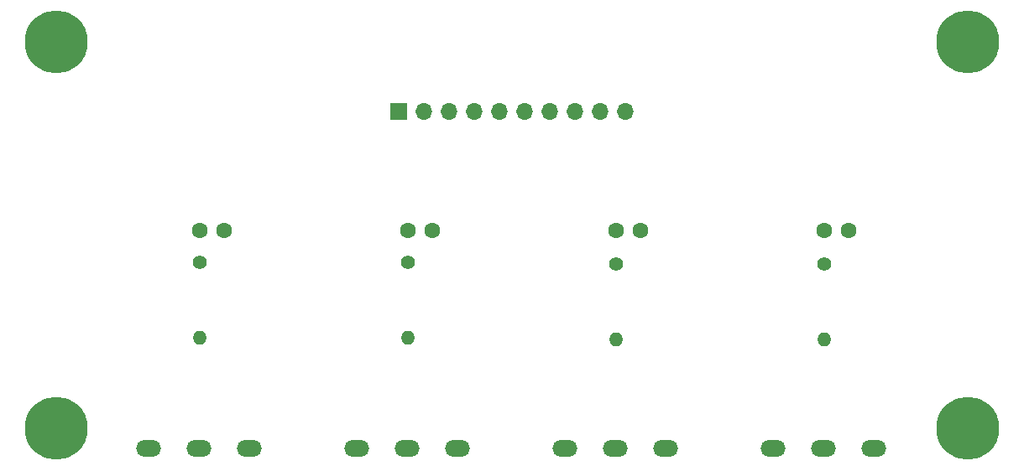
<source format=gbs>
%TF.GenerationSoftware,KiCad,Pcbnew,(6.0.1)*%
%TF.CreationDate,2022-10-03T14:17:53-04:00*%
%TF.ProjectId,MOD-CTL-POTS,4d4f442d-4354-44c2-9d50-4f54532e6b69,rev?*%
%TF.SameCoordinates,Original*%
%TF.FileFunction,Soldermask,Bot*%
%TF.FilePolarity,Negative*%
%FSLAX46Y46*%
G04 Gerber Fmt 4.6, Leading zero omitted, Abs format (unit mm)*
G04 Created by KiCad (PCBNEW (6.0.1)) date 2022-10-03 14:17:53*
%MOMM*%
%LPD*%
G01*
G04 APERTURE LIST*
%ADD10C,6.350000*%
%ADD11C,1.600000*%
%ADD12C,1.400000*%
%ADD13O,1.400000X1.400000*%
%ADD14O,2.540000X1.651000*%
%ADD15R,1.700000X1.700000*%
%ADD16O,1.700000X1.700000*%
G04 APERTURE END LIST*
D10*
%TO.C,MTG1*%
X94000000Y-83000000D03*
%TD*%
D11*
%TO.C,C4*%
X171500000Y-63000000D03*
X174000000Y-63000000D03*
%TD*%
%TO.C,C3*%
X150500000Y-63000000D03*
X153000000Y-63000000D03*
%TD*%
D12*
%TO.C,R2*%
X129500000Y-66190000D03*
D13*
X129500000Y-73810000D03*
%TD*%
D14*
%TO.C,RV1*%
X113500002Y-85039987D03*
X108420002Y-85039987D03*
X103340002Y-85039987D03*
%TD*%
D10*
%TO.C,MTG3*%
X94000000Y-44000000D03*
%TD*%
D15*
%TO.C,J1*%
X128575000Y-51000000D03*
D16*
X131115000Y-51000000D03*
X133655000Y-51000000D03*
X136195000Y-51000000D03*
X138735000Y-51000000D03*
X141275000Y-51000000D03*
X143815000Y-51000000D03*
X146355000Y-51000000D03*
X148895000Y-51000000D03*
X151435000Y-51000000D03*
%TD*%
D14*
%TO.C,RV4*%
X176500003Y-85000008D03*
X171420003Y-85000008D03*
X166340003Y-85000008D03*
%TD*%
D11*
%TO.C,C1*%
X108500000Y-63000000D03*
X111000000Y-63000000D03*
%TD*%
D14*
%TO.C,RV2*%
X134500010Y-85039987D03*
X129420010Y-85039987D03*
X124340010Y-85039987D03*
%TD*%
D12*
%TO.C,R4*%
X171500000Y-66380000D03*
D13*
X171500000Y-74000000D03*
%TD*%
D14*
%TO.C,RV3*%
X155499994Y-85039987D03*
X150419994Y-85039987D03*
X145339994Y-85039987D03*
%TD*%
D12*
%TO.C,R3*%
X150500000Y-66380000D03*
D13*
X150500000Y-74000000D03*
%TD*%
D11*
%TO.C,C2*%
X129500000Y-63000000D03*
X132000000Y-63000000D03*
%TD*%
D10*
%TO.C,MTG2*%
X186000000Y-83000000D03*
%TD*%
%TO.C,MTG4*%
X186000000Y-44000000D03*
%TD*%
D12*
%TO.C,R1*%
X108500000Y-66190000D03*
D13*
X108500000Y-73810000D03*
%TD*%
M02*

</source>
